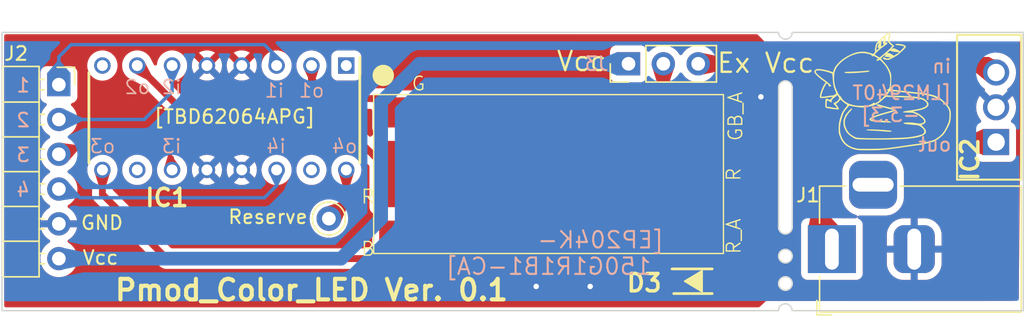
<source format=kicad_pcb>
(kicad_pcb (version 20221018) (generator pcbnew)
  (layers (0 "F.Cu" signal) (31 "B.Cu" signal) (34 "B.Paste" user) (35 "F.Paste" user) (36 "B.SilkS" user "B.Silkscreen") (37 "F.SilkS" user "F.Silkscreen") (38 "B.Mask" user) (39 "F.Mask" user) (44 "Edge.Cuts" user))
  (net 0 "")
  (net 1 "Net-(D1-GK)")
  (net 2 "Net-(IC1-O2)")
  (net 3 "Net-(D1-BK)")
  (net 4 "Net-(D1-RA)")
  (net 5 "/Anode")
  (net 7 "Net-(IC1-I1)")
  (net 8 "GND")
  (net 9 "Net-(IC1-I2)")
  (net 10 "Net-(IC1-O4)")
  (net 13 "Net-(IC1-I3)")
  (net 15 "Net-(IC1-I4)")
  (net 16 "Net-(IC2-IN)")
  (net 17 "/ExVcc")
  (net 19 "VCC")
  (footprint "Connector_PinHeader_2.54mm:PinHeader_1x03_P2.54mm_Vertical" (layer "F.Cu") (at 134.112 78.359 90)
    (fp_text reference "J3" (at 0 -2.33 180) (layer "B.SilkS") (effects (justify mirror)))
    (fp_text value "Conn_01x03_Pin")
    (pad "1" thru_hole rect (at 0 0 90) (size 1.7 1.7) (drill 1) (layers "*.Cu" "*.Mask") (net 19 "VCC"))
    (pad "2" thru_hole oval (at 0 2.54 90) (size 1.7 1.7) (drill 1) (layers "*.Cu" "*.Mask") (net 5 "/Anode"))
    (pad "3" thru_hole oval (at 0 5.08 90) (size 1.7 1.7) (drill 1) (layers "*.Cu" "*.Mask") (net 17 "/ExVcc"))
  )
  (footprint "Library:Pmod6" (layer "F.Cu") (at 88.543 78.613)
    (fp_text reference "J2" (at 0.925 -1) (layer "F.SilkS"))
    (fp_text value "Conn_01x06_Pin" hide)
    (pad "1" thru_hole rect (at 4.04 1.27) (size 1.7 1.7) (drill 1) (layers "*.Cu" "*.Mask") (net 7 "Net-(IC1-I1)"))
    (pad "2" thru_hole oval (at 4.04 3.81) (size 1.7 1.7) (drill 1) (layers "*.Cu" "*.Mask") (net 9 "Net-(IC1-I2)"))
    (pad "3" thru_hole oval (at 4.04 6.35) (size 1.7 1.7) (drill 1) (layers "*.Cu" "*.Mask") (net 13 "Net-(IC1-I3)"))
    (pad "4" thru_hole oval (at 4.04 8.89) (size 1.7 1.7) (drill 1) (layers "*.Cu" "*.Mask") (net 15 "Net-(IC1-I4)"))
    (pad "5" thru_hole oval (at 4.04 11.43) (size 1.7 1.7) (drill 1) (layers "*.Cu" "*.Mask") (net 8 "GND"))
    (pad "6" thru_hole oval (at 4.04 13.97) (size 1.7 1.7) (drill 1) (layers "*.Cu" "*.Mask") (net 19 "VCC"))
  )
  (footprint "MyLibrary:logo_kamo_ss" (layer "F.Cu") (at 152.527 80.391)
    (fp_text reference "G***" hide)
    (fp_text value "LOGO" hide)
  )
  (footprint "TestPoint:TestPoint_Pad_D2.0mm" (layer "F.Cu") (at 112.268 89.662)
    (fp_text reference "Reserve" (at -4.445 -0.127) (layer "F.SilkS"))
    (fp_text value "TestPoint")
    (pad "1" thru_hole circle (at 0 0) (size 1.8 1.8) (drill 1) (layers "*.Cu" "*.Mask") (net 10 "Net-(IC1-O4)"))
  )
  (footprint "SamacSys_Parts:TO254P470X1016X2222-3P" (layer "F.Cu") (at 159.893 78.994 90)
    (fp_text reference "IC2" (at -6.35 -0.889 90) (layer "F.SilkS") (effects (font (size 1.27 1.27) (thickness 0.254))))
    (fp_text value "LM2940T-5.0" hide)
    (pad "1" thru_hole rect (at -5.08 1.016 90) (size 1.905 1.905) (drill 1.27) (layers "*.Cu" "*.Mask") (net 16 "Net-(IC2-IN)"))
    (pad "2" thru_hole circle (at -2.54 1.016 90) (size 1.905 1.905) (drill 1.27) (layers "*.Cu" "*.Mask") (net 8 "GND"))
    (pad "3" thru_hole circle (at 0 1.016 90) (size 1.905 1.905) (drill 1.27) (layers "*.Cu" "*.Mask") (net 17 "/ExVcc"))
  )
  (footprint "SamacSys_Parts:DIP762W60P254L1975H445Q16N" (layer "F.Cu") (at 104.648 82.296 -90)
    (fp_text reference "IC1" (at 5.842 4.191 -180) (layer "F.SilkS") (effects (font (size 1.27 1.27) (thickness 0.254))))
    (fp_text value "TBD62064APG" hide)
    (pad "1" thru_hole rect (at -3.81 -8.89 270) (size 1.2 1.2) (drill 0.8) (layers "*.Cu" "*.Mask"))
    (pad "2" thru_hole circle (at -3.81 -6.35 270) (size 1.2 1.2) (drill 0.8) (layers "*.Cu" "*.Mask") (net 1 "Net-(D1-GK)"))
    (pad "3" thru_hole circle (at -3.81 -3.81 270) (size 1.2 1.2) (drill 0.8) (layers "*.Cu" "*.Mask") (net 7 "Net-(IC1-I1)"))
    (pad "4" thru_hole circle (at -3.81 -1.27 270) (size 1.2 1.2) (drill 0.8) (layers "*.Cu" "*.Mask") (net 8 "GND"))
    (pad "5" thru_hole circle (at -3.81 1.27 270) (size 1.2 1.2) (drill 0.8) (layers "*.Cu" "*.Mask") (net 8 "GND"))
    (pad "6" thru_hole circle (at -3.81 3.81 270) (size 1.2 1.2) (drill 0.8) (layers "*.Cu" "*.Mask") (net 9 "Net-(IC1-I2)"))
    (pad "7" thru_hole circle (at -3.81 6.35 270) (size 1.2 1.2) (drill 0.8) (layers "*.Cu" "*.Mask") (net 2 "Net-(IC1-O2)"))
    (pad "8" thru_hole circle (at -3.81 8.89 270) (size 1.2 1.2) (drill 0.8) (layers "*.Cu" "*.Mask"))
    (pad "9" thru_hole circle (at 3.81 8.89 270) (size 1.2 1.2) (drill 0.8) (layers "*.Cu" "*.Mask") (net 3 "Net-(D1-BK)"))
    (pad "10" thru_hole circle (at 3.81 6.35 270) (size 1.2 1.2) (drill 0.8) (layers "*.Cu" "*.Mask"))
    (pad "11" thru_hole circle (at 3.81 3.81 270) (size 1.2 1.2) (drill 0.8) (layers "*.Cu" "*.Mask") (net 13 "Net-(IC1-I3)"))
    (pad "12" thru_hole circle (at 3.81 1.27 270) (size 1.2 1.2) (drill 0.8) (layers "*.Cu" "*.Mask") (net 8 "GND"))
    (pad "13" thru_hole circle (at 3.81 -1.27 270) (size 1.2 1.2) (drill 0.8) (layers "*.Cu" "*.Mask") (net 8 "GND"))
    (pad "14" thru_hole circle (at 3.81 -3.81 270) (size 1.2 1.2) (drill 0.8) (layers "*.Cu" "*.Mask") (net 15 "Net-(IC1-I4)"))
    (pad "15" thru_hole circle (at 3.81 -6.35 270) (size 1.2 1.2) (drill 0.8) (layers "*.Cu" "*.Mask"))
    (pad "16" thru_hole circle (at 3.81 -8.89 270) (size 1.2 1.2) (drill 0.8) (layers "*.Cu" "*.Mask") (net 10 "Net-(IC1-O4)"))
  )
  (footprint "MyLibrary:EP204-150G1R1B1-CA" (layer "F.Cu") (at 128.334006 86.408006)
    (fp_text reference "D1" hide)
    (fp_text value "[EP204K-150G1R1B1-CA]")
    (fp_text user "GB_A" (at 14.159994 -2.334006 90 unlocked) (layer "F.SilkS") (effects (font (thickness 0.1)) (justify left bottom)))
    (fp_text user "G" (at -10.097006 -6.017006 unlocked) (layer "F.SilkS") (effects (font (thickness 0.1)) (justify left bottom)))
    (fp_text user "B" (at -13.780006 6.047994 unlocked) (layer "F.SilkS") (effects (font (thickness 0.1)) (justify left bottom)))
    (fp_text user "R" (at -13.780006 2.237994 unlocked) (layer "F.SilkS") (effects (font (thickness 0.1)) (justify left bottom)))
    (fp_text user "R" (at 14.032994 0.586994 90 unlocked) (layer "F.SilkS") (effects (font (thickness 0.1)) (justify left bottom)))
    (fp_text user "R_A" (at 14.032994 5.920994 90 unlocked) (layer "F.SilkS") (effects (font (thickness 0.1)) (justify left bottom)))
    (pad "1" smd custom (at -10.4 -4.5) (size 4 2.2) (layers "F.Cu" "F.Paste" "F.Mask") (net 1 "Net-(D1-GK)") (options (clearance outline) (anchor rect)) (primitives))
    (pad "2" smd custom (at -10.4 0) (size 4.4 4.84) (layers "F.Cu" "F.Paste" "F.Mask") (net 2 "Net-(IC1-O2)") (options (clearance outline) (anchor rect)) (primitives))
    (pad "3" smd custom (at -10.4 4.5) (size 4 2.2) (layers "F.Cu" "F.Paste" "F.Mask") (net 3 "Net-(D1-BK)") (options (clearance outline) (anchor rect)) (primitives))
    (pad "4" smd custom (at 10.3 4.5) (size 4 2.2) (layers "F.Cu" "F.Paste" "F.Mask") (net 4 "Net-(D1-RA)") (options (clearance outline) (anchor rect)) (primitives))
    (pad "5" smd custom (at 10.4 0) (size 4.4 4.84) (layers "F.Cu" "F.Paste" "F.Mask") (net 2 "Net-(IC1-O2)") (options (clearance outline) (anchor rect)) (primitives))
    (pad "6" smd custom (at 10.3 -4.5) (size 4 2.2) (layers "F.Cu" "F.Paste" "F.Mask") (net 5 "/Anode") (options (clearance outline) (anchor rect)) (primitives))
  )
  (footprint "Connector_BarrelJack:BarrelJack_Horizontal" (layer "F.Cu") (at 148.94 91.8895 180)
    (fp_text reference "J1" (at 1.747 3.937) (layer "F.SilkS"))
    (fp_text value "Barrel_Jack_Switch")
    (pad "1" thru_hole rect (at 0 0 180) (size 3.5 3.5) (drill oval 1 3) (layers "*.Cu" "*.Mask") (net 16 "Net-(IC2-IN)"))
    (pad "2" thru_hole roundrect (at -6 0 180) (size 3 3.5) (drill oval 1 3) (layers "*.Cu" "*.Mask") (net 8 "GND"))
    (pad "3" thru_hole roundrect (at -3 4.7 180) (size 3.5 3.5) (drill oval 3 1) (layers "*.Cu" "*.Mask"))
  )
  (footprint "SamacSys_Parts:SODFL3618X108N" (layer "F.Cu") (at 138.811 94.234)
    (fp_text reference "D3" (at -3.556 0.127) (layer "F.SilkS") (effects (font (size 1.27 1.27) (thickness 0.254))))
    (fp_text value "SS2040FL" hide)
    (pad "1" smd rect (at -1.5 0) (size 1.4 1.4) (layers "F.Cu" "F.Paste" "F.Mask") (net 4 "Net-(D1-RA)"))
    (pad "2" smd rect (at 1.55 0) (size 1.3 1.4) (layers "F.Cu" "F.Paste" "F.Mask") (net 5 "/Anode"))
  )
  (gr_arc (start 146.05 76.066291) (mid 145.550643 76.565648) (end 145.051286 76.066291) (stroke (width 0.1)) (layer "Edge.Cuts"))
  (gr_line (start 145.042536 96.381607) (end 88.439228 96.381607) (stroke (width 0.1)) (layer "Edge.Cuts"))
  (gr_arc (start 145.042536 96.381607) (mid 145.542536 95.881607) (end 146.042536 96.381607) (stroke (width 0.1)) (layer "Edge.Cuts"))
  (gr_line (start 146.047999 90.287) (end 146.047999 80.1) (stroke (width 0.1)) (layer "Edge.Cuts"))
  (gr_line (start 146.05 76.066291) (end 162.896428 76.063909) (stroke (width 0.1)) (layer "Edge.Cuts"))
  (gr_circle (center 145.550648 94.4) (end 146.050648 94.4) (stroke (width 0.1)) (fill none) (layer "Edge.Cuts"))
  (gr_circle (center 145.550648 92.4) (end 146.050648 92.4) (stroke (width 0.1)) (fill none) (layer "Edge.Cuts"))
  (gr_arc (start 146.047999 90.287) (mid 145.547999 90.787) (end 145.047999 90.287) (stroke (width 0.1)) (layer "Edge.Cuts"))
  (gr_line (start 145.047999 90.287) (end 145.047999 80.1) (stroke (width 0.1)) (layer "Edge.Cuts"))
  (gr_line (start 162.896428 76.063909) (end 162.898736 96.381607) (stroke (width 0.1)) (layer "Edge.Cuts"))
  (gr_line (start 88.4428 76.066291) (end 145.051286 76.066291) (stroke (width 0.1)) (layer "Edge.Cuts"))
  (gr_line (start 88.439228 76.2) (end 88.439228 96.381607) (stroke (width 0.1)) (layer "Edge.Cuts"))
  (gr_line (start 88.439228 76.2) (end 88.439228 76.066291) (stroke (width 0.1)) (layer "Edge.Cuts"))
  (gr_line (start 162.898736 96.381607) (end 146.042536 96.381607) (stroke (width 0.1)) (layer "Edge.Cuts"))
  (gr_arc (start 145.047999 80.1) (mid 145.547999 79.6) (end 146.047999 80.1) (stroke (width 0.1)) (layer "Edge.Cuts"))
  (gr_text "in" (at 157.734 79.121) (layer "B.SilkS") (effects (font (size 1 1)) (justify left bottom mirror)))
  (gr_text "o1" (at 112.014 80.899) (layer "B.SilkS") (effects (font (size 1 1) (thickness 0.125)) (justify left bottom mirror)))
  (gr_text "out" (at 157.734 84.836) (layer "B.SilkS") (effects (font (size 1 1)) (justify left bottom mirror)))
  (gr_text "i4" (at 109.22 84.963) (layer "B.SilkS") (effects (font (size 1 1) (thickness 0.125)) (justify left bottom mirror)))
  (gr_text "o4" (at 114.427 84.963) (layer "B.SilkS") (effects (font (size 1 1) (thickness 0.125)) (justify left bottom mirror)))
  (gr_text "[LM2940T\n   -3.3]" (at 157.734 82.677) (layer "B.SilkS") (effects (font (size 1 1)) (justify left bottom mirror)))
  (gr_text "4" (at 90.551 88.138) (layer "B.SilkS") (effects (font (size 1 1)) (justify left bottom mirror)))
  (gr_text "2" (at 90.551 83.058) (layer "B.SilkS") (effects (font (size 1 1)) (justify left bottom mirror)))
  (gr_text "o3" (at 96.774 84.963) (layer "B.SilkS") (effects (font (size 1 1) (thickness 0.125)) (justify left bottom mirror)))
  (gr_text "i1" (at 109.093 80.899) (layer "B.SilkS") (effects (font (size 1 1) (thickness 0.125)) (justify left bottom mirror)))
  (gr_text "3" (at 90.551 85.598) (layer "B.SilkS") (effects (font (size 1 1)) (justify left bottom mirror)))
  (gr_text "o2" (at 99.314 80.645) (layer "B.SilkS") (effects (font (size 1 1) (thickness 0.125)) (justify left bottom mirror)))
  (gr_text "i3" (at 101.6 84.963) (layer "B.SilkS") (effects (font (size 1 1) (thickness 0.125)) (justify left bottom mirror)))
  (gr_text "1" (at 90.551 80.518) (layer "B.SilkS") (effects (font (size 1 1)) (justify left bottom mirror)))
  (gr_text "[EP204K-\n 150G1R1B1-CA]" (at 136.779 93.853) (layer "B.SilkS") (effects (font (size 1.2 1.2)) (justify left bottom mirror)))
  (gr_text "i2" (at 101.6 80.645) (layer "B.SilkS") (effects (font (size 1 1) (thickness 0.125)) (justify left bottom mirror)))
  (gr_text "Pmod_Color_LED Ver. 0.1" (at 96.52 95.758) (layer "F.SilkS") (effects (font (size 1.5 1.5) (thickness 0.3) bold) (justify left bottom)))
  (gr_text "GND" (at 94.107 90.551) (layer "F.SilkS") (effects (font (size 1 1)) (justify left bottom)))
  (gr_text "Ex Vcc" (at 140.462 79.121) (layer "F.SilkS") (effects (font (size 1.4 1.4) (thickness 0.175)) (justify left bottom)))
  (gr_text "Vcc" (at 94.234 93.091) (layer "F.SilkS") (effects (font (size 1 1)) (justify left bottom)))
  (gr_text "[TBD62064APG]" (at 99.441 82.804) (layer "F.SilkS") (effects (font (size 1 1)) (justify left bottom)))
  (gr_text "Vcc" (at 128.778 78.994) (layer "F.SilkS") (effects (font (size 1.4 1.4) (thickness 0.175)) (justify left bottom)))
  (segment (start 110.998 78.486) (end 110.998 79.502) (width 0.5) (layer "F.Cu") (net 1))
  (segment (start 112.395 80.899) (end 116.925 80.899) (width 0.5) (layer "F.Cu") (net 1))
  (segment (start 110.998 79.502) (end 112.395 80.899) (width 0.5) (layer "F.Cu") (net 1))
  (segment (start 116.925 80.899) (end 117.934006 81.908006) (width 0.5) (layer "F.Cu") (net 1))
  (segment (start 98.298 78.486) (end 102.997 83.185) (width 0.5) (layer "F.Cu") (net 2))
  (segment (start 102.997 83.185) (end 113.665 83.185) (width 0.5) (layer "F.Cu") (net 2))
  (segment (start 119.573259 86.426259) (end 136.791735 86.426259) (width 5.1) (layer "F.Cu") (net 2))
  (segment (start 117.934006 86.408006) (end 118.109012 86.233) (width 0.5) (layer "F.Cu") (net 2))
  (segment (start 113.665 83.185) (end 116.888006 86.408006) (width 0.5) (layer "F.Cu") (net 2))
  (segment (start 136.857994 86.36) (end 136.906 86.408006) (width 0.5) (layer "F.Cu") (net 2))
  (segment (start 116.259012 92.583) (end 117.934006 90.908006) (width 0.5) (layer "F.Cu") (net 3))
  (segment (start 95.758 87.884) (end 100.457 92.583) (width 0.5) (layer "F.Cu") (net 3))
  (segment (start 100.457 92.583) (end 116.259012 92.583) (width 0.5) (layer "F.Cu") (net 3))
  (segment (start 95.758 86.106) (end 95.758 87.884) (width 0.5) (layer "F.Cu") (net 3))
  (segment (start 137.311 92.231012) (end 138.634006 90.908006) (width 1) (layer "F.Cu") (net 4))
  (segment (start 137.311 94.234) (end 137.311 92.231012) (width 1) (layer "F.Cu") (net 4))
  (segment (start 136.652 79.926) (end 138.634006 81.908006) (width 1) (layer "F.Cu") (net 5))
  (segment (start 136.652 78.359) (end 136.652 79.926) (width 1) (layer "F.Cu") (net 5))
  (segment (start 142.875 83.566) (end 142.875 92.329) (width 1) (layer "F.Cu") (net 5))
  (segment (start 141.217006 81.908006) (end 142.875 83.566) (width 1) (layer "F.Cu") (net 5))
  (segment (start 140.97 94.234) (end 140.361 94.234) (width 1) (layer "F.Cu") (net 5))
  (segment (start 142.875 92.329) (end 140.97 94.234) (width 1) (layer "F.Cu") (net 5))
  (segment (start 138.634006 81.908006) (end 141.217006 81.908006) (width 1) (layer "F.Cu") (net 5))
  (segment (start 92.583 77.851) (end 93.472 76.962) (width 0.25) (layer "B.Cu") (net 7))
  (segment (start 107.569 76.962) (end 108.458 77.851) (width 0.25) (layer "B.Cu") (net 7))
  (segment (start 108.458 77.851) (end 108.458 78.486) (width 0.25) (layer "B.Cu") (net 7))
  (segment (start 93.472 76.962) (end 107.569 76.962) (width 0.25) (layer "B.Cu") (net 7))
  (segment (start 92.583 79.883) (end 92.583 77.851) (width 0.25) (layer "B.Cu") (net 7))
  (via (at 127.381 94.615) (size 0.8) (drill 0.4) (layers "F.Cu" "B.Cu") (net 8))
  (via (at 143.764 80.772) (size 0.8) (drill 0.4) (layers "F.Cu" "B.Cu") (net 8))
  (via (at 131.318 94.615) (size 0.8) (drill 0.4) (layers "F.Cu" "B.Cu") (net 8))
  (segment (start 92.583 82.423) (end 98.806 82.423) (width 0.25) (layer "B.Cu") (net 9))
  (segment (start 98.806 82.423) (end 100.838 80.391) (width 0.25) (layer "B.Cu") (net 9))
  (segment (start 100.838 80.391) (end 100.838 78.486) (width 0.25) (layer "B.Cu") (net 9))
  (segment (start 113.538 88.392) (end 113.538 86.106) (width 0.5) (layer "F.Cu") (net 10))
  (segment (start 112.268 89.662) (end 113.538 88.392) (width 0.5) (layer "F.Cu") (net 10))
  (segment (start 93.472 84.963) (end 94.234 84.201) (width 0.25) (layer "F.Cu") (net 13))
  (segment (start 99.822 84.201) (end 100.838 85.217) (width 0.25) (layer "F.Cu") (net 13))
  (segment (start 100.838 85.217) (end 100.838 86.106) (width 0.25) (layer "F.Cu") (net 13))
  (segment (start 94.234 84.201) (end 99.822 84.201) (width 0.25) (layer "F.Cu") (net 13))
  (segment (start 92.583 84.963) (end 93.472 84.963) (width 0.25) (layer "F.Cu") (net 13))
  (segment (start 107.569 88.138) (end 108.458 87.249) (width 0.25) (layer "B.Cu") (net 15))
  (segment (start 108.458 87.249) (end 108.458 86.106) (width 0.25) (layer "B.Cu") (net 15))
  (segment (start 92.583 87.503) (end 93.472 87.503) (width 0.25) (layer "B.Cu") (net 15))
  (segment (start 93.472 87.503) (end 94.107 88.138) (width 0.25) (layer "B.Cu") (net 15))
  (segment (start 94.107 88.138) (end 107.569 88.138) (width 0.25) (layer "B.Cu") (net 15))
  (segment (start 147.955 90.582) (end 147.955 83.693) (width 1) (layer "F.Cu") (net 16))
  (segment (start 148.94 91.567) (end 147.955 90.582) (width 1) (layer "F.Cu") (net 16))
  (segment (start 149.225 82.423) (end 155.194 82.423) (width 1) (layer "F.Cu") (net 16))
  (segment (start 147.955 83.693) (end 149.225 82.423) (width 1) (layer "F.Cu") (net 16))
  (segment (start 156.845 84.074) (end 160.909 84.074) (width 1) (layer "F.Cu") (net 16))
  (segment (start 155.194 82.423) (end 156.845 84.074) (width 1) (layer "F.Cu") (net 16))
  (segment (start 160.274 78.359) (end 160.909 78.994) (width 1) (layer "F.Cu") (net 17))
  (segment (start 139.192 78.359) (end 160.274 78.359) (width 1) (layer "F.Cu") (net 17))
  (segment (start 92.583 92.583) (end 113.157 92.583) (width 1) (layer "B.Cu") (net 19))
  (segment (start 118.872 78.359) (end 134.112 78.359) (width 1) (layer "B.Cu") (net 19))
  (segment (start 116.078 89.662) (end 116.078 81.153) (width 1) (layer "B.Cu") (net 19))
  (segment (start 116.078 81.153) (end 118.872 78.359) (width 1) (layer "B.Cu") (net 19))
  (segment (start 113.157 92.583) (end 116.078 89.662) (width 1) (layer "B.Cu") (net 19))
  (zone (net 8) (net_name "GND") (layer "F.Cu") (connect_pads (clearance 0.5)) (min_thickness 0.25) (fill yes (thermal_gap 0.5) (thermal_bridge_width 0.5))
    (polygon (pts (xy 143.51 76.2) (xy 144.018 76.720276) (xy 162.733 76.727) (xy 162.56 95.631) (xy 162.106 95.666) (xy 144.145 95.674543) (xy 143.637 96.139) (xy 88.6 96.139) (xy 88.6 76.2)))
  )
  (zone (net 8) (net_name "GND") (layer "B.Cu") (connect_pads (clearance 0.5)) (min_thickness 0.25) (fill yes (thermal_gap 0.5) (thermal_bridge_width 0.5))
    (polygon (pts (xy 162.633 76.727) (xy 162.56 95.631) (xy 162.406 95.666) (xy 88.6 95.7) (xy 88.6 76.7)))
  )
)
</source>
